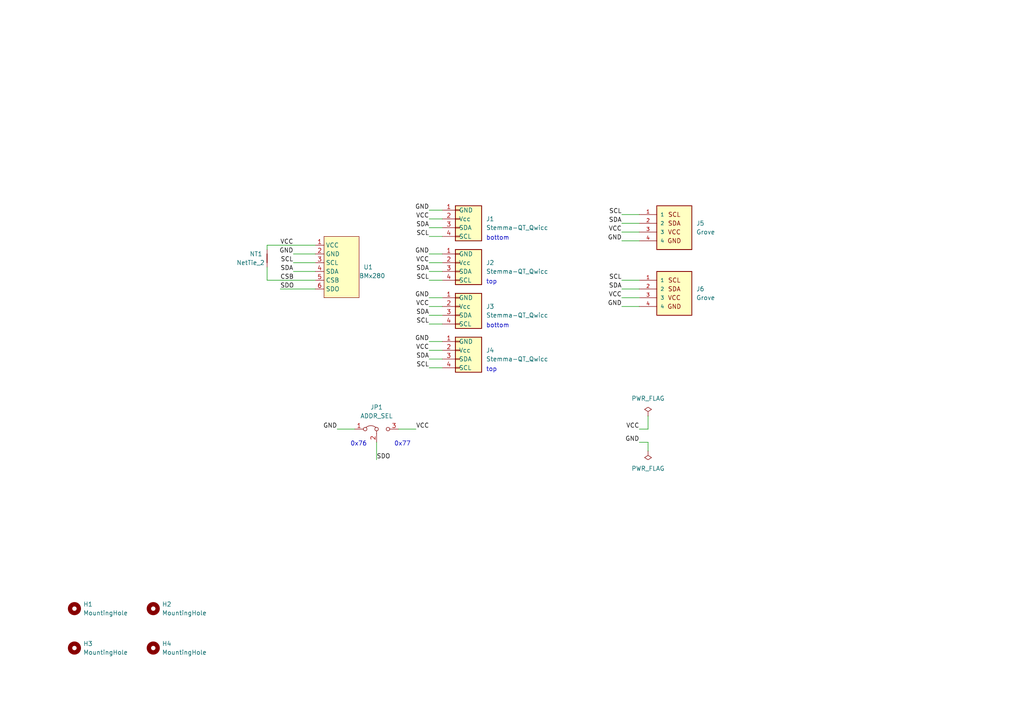
<source format=kicad_sch>
(kicad_sch (version 20230121) (generator eeschema)
  (paper "A4")
  (title_block (title "BMx280 I2C Adapter") (date "2024-08-23") (rev "1.01") (company "Bernhard Bablok") (comment 1 "https://github.com/bablokb/pcb-bmx280-i2c-adapter"))
  (lib_symbols
    (symbol "Device:NetTie_2" (pin_numbers hide) (pin_names (offset 0) hide) (in_bom no)
      (property "Reference" "NT" (at 0 1.27 0))
      (property "Value" "NetTie_2" (at 0 -1.27 0))
      (symbol "NetTie_2_0_1"
        (polyline (pts (xy -1.27 0) (xy 1.27 0)) (stroke (width 0.254)))
      )
      (symbol "NetTie_2_1_1"
        (pin passive line (at -2.54 0 0) (length 2.54) (name "1") (number "1"))
        (pin passive line (at 2.54 0 180) (length 2.54) (name "2") (number "2"))
      )
    )
    (symbol "Jumper:Jumper_3_Bridged12" (pin_names (offset 0) hide)
      (property "Reference" "JP" (at -2.54 -2.54 0))
      (property "Value" "Jumper_3_Bridged12" (at 0 2.794 0))
      (symbol "Jumper_3_Bridged12_0_0"
        (circle (center -3.302 0) (radius 0.508))
        (circle (center 0 0) (radius 0.508))
        (circle (center 3.302 0) (radius 0.508))
      )
      (symbol "Jumper_3_Bridged12_0_1"
        (arc (start -0.254 0.508) (mid -1.651 0.9912) (end -3.048 0.508))
        (polyline (pts (xy 0 -1.27) (xy 0 -0.508)))
      )
      (symbol "Jumper_3_Bridged12_1_1"
        (pin passive line (at -6.35 0 0) (length 2.54) (name "A") (number "1"))
        (pin passive line (at 0 -3.81 90) (length 2.54) (name "C") (number "2"))
        (pin passive line (at 6.35 0 180) (length 2.54) (name "B") (number "3"))
      )
    )
    (symbol "Mechanical:MountingHole" (pin_names (offset 1.016))
      (property "Reference" "H" (at 0 5.08 0))
      (property "Value" "MountingHole" (at 0 3.175 0))
      (symbol "MountingHole_0_1"
        (circle (center 0 0) (radius 1.27) (stroke (width 1.27)))
      )
    )
    (symbol "power:PWR_FLAG" (power) (pin_numbers hide) (pin_names (offset 0) hide)
      (property "Value" "PWR_FLAG" (at 0 3.81 0))
      (symbol "PWR_FLAG_0_0"
        (pin power_out line (at 0 0 90) (length 0) (name "pwr") (number "1"))
      )
      (symbol "PWR_FLAG_0_1"
        (polyline (pts (xy 0 0) (xy 0 1.27) (xy -1.016 1.905) (xy 0 2.54) (xy 1.016 1.905) (xy 0 1.27)))
      )
    )
    (symbol "user:BMx280_Breakout" (in_bom no)
      (property "Reference" "U" (at 0 7.62 0))
      (property "Value" "BMx280" (at 3.81 -2.54 90))
      (symbol "BMx280_Breakout_1_1"
        (rectangle (start -5.08 6.35) (end 5.08 -11.43) (fill (type background)))
        (pin power_in line (at -7.62 3.81 0) (length 2.54) (name "VCC") (number "1"))
        (pin power_in line (at -7.62 1.27 0) (length 2.54) (name "GND") (number "2"))
        (pin bidirectional line (at -7.62 -1.27 0) (length 2.54) (name "SCL") (number "3"))
        (pin bidirectional line (at -7.62 -3.81 0) (length 2.54) (name "SDA") (number "4"))
        (pin passive line (at -7.62 -6.35 0) (length 2.54) (name "CSB") (number "5"))
        (pin bidirectional line (at -7.62 -8.89 0) (length 2.54) (name "SDO") (number "6"))
      )
    )
    (symbol "user:Grove" (pin_names (offset 1.016)) (in_bom no)
      (property "Reference" "J" (at -5.08 5.842 0))
      (property "Value" "Grove" (at 3.81 -3.81 90))
      (symbol "Grove_0_0"
        (rectangle (start -5.08 -7.62) (end 5.08 5.08) (stroke (width 0.254)) (fill (type background)))
        (text "GND" (at 0 -5.08 0) (effects (font (size 1.27 1.27))))
        (text "SCL" (at 0 2.54 0) (effects (font (size 1.27 1.27))))
        (text "SDA" (at 0 0 0) (effects (font (size 1.27 1.27))))
        (text "VCC" (at 0 -2.54 0) (effects (font (size 1.27 1.27))))
        (pin passive line (at -10.16 2.54 0) (length 5.08) (name "1") (number "1"))
        (pin passive line (at -10.16 0 0) (length 5.08) (name "2") (number "2"))
        (pin passive line (at -10.16 -2.54 0) (length 5.08) (name "3") (number "3"))
        (pin passive line (at -10.16 -5.08 0) (length 5.08) (name "4") (number "4"))
      )
    )
    (symbol "user:Stemma-QT_Qwicc" (pin_names (offset 1.016))
      (property "Reference" "J" (at 2.54 8.89 0))
      (property "Value" "Stemma-QT_Qwicc" (at 2.54 6.35 0))
      (symbol "Stemma-QT_Qwicc_1_1"
        (rectangle (start -1.27 -4.953) (end 0 -5.207) (stroke (width 0.1524)))
        (rectangle (start -1.27 -2.413) (end 0 -2.667) (stroke (width 0.1524)))
        (rectangle (start -1.27 0.127) (end 0 -0.127) (stroke (width 0.1524)))
        (rectangle (start -1.27 2.667) (end 0 2.413) (stroke (width 0.1524)))
        (rectangle (start -1.27 3.81) (end 6.35 -6.35) (stroke (width 0.254)) (fill (type background)))
        (pin power_in line (at -5.08 2.54 0) (length 3.81) (name "GND") (number "1"))
        (pin power_in line (at -5.08 0 0) (length 3.81) (name "Vcc") (number "2"))
        (pin bidirectional line (at -5.08 -2.54 0) (length 3.81) (name "SDA") (number "3"))
        (pin bidirectional line (at -5.08 -5.08 0) (length 3.81) (name "SCL") (number "4"))
      )
    )
  )
  (wire (pts (xy 124.46 88.9) (xy 128.27 88.9)))
  (wire (pts (xy 81.28 83.82) (xy 91.44 83.82)))
  (wire (pts (xy 180.34 62.23) (xy 185.42 62.23)))
  (wire (pts (xy 124.46 60.96) (xy 128.27 60.96)))
  (wire (pts (xy 124.46 86.36) (xy 128.27 86.36)))
  (wire (pts (xy 124.46 106.68) (xy 128.27 106.68)))
  (wire (pts (xy 109.22 133.35) (xy 109.22 128.27)))
  (wire (pts (xy 77.47 72.39) (xy 77.47 71.12)))
  (wire (pts (xy 180.34 86.36) (xy 185.42 86.36)))
  (wire (pts (xy 124.46 81.28) (xy 128.27 81.28)))
  (wire (pts (xy 180.34 81.28) (xy 185.42 81.28)))
  (wire (pts (xy 180.34 64.77) (xy 185.42 64.77)))
  (wire (pts (xy 124.46 66.04) (xy 128.27 66.04)))
  (wire (pts (xy 124.46 91.44) (xy 128.27 91.44)))
  (wire (pts (xy 120.65 124.46) (xy 115.57 124.46)))
  (wire (pts (xy 77.47 71.12) (xy 91.44 71.12)))
  (wire (pts (xy 185.42 128.27) (xy 187.96 128.27)))
  (wire (pts (xy 124.46 73.66) (xy 128.27 73.66)))
  (wire (pts (xy 85.09 76.2) (xy 91.44 76.2)))
  (wire (pts (xy 180.34 83.82) (xy 185.42 83.82)))
  (wire (pts (xy 124.46 104.14) (xy 128.27 104.14)))
  (wire (pts (xy 124.46 68.58) (xy 128.27 68.58)))
  (wire (pts (xy 180.34 88.9) (xy 185.42 88.9)))
  (wire (pts (xy 124.46 78.74) (xy 128.27 78.74)))
  (wire (pts (xy 97.79 124.46) (xy 102.87 124.46)))
  (wire (pts (xy 77.47 81.28) (xy 91.44 81.28)))
  (wire (pts (xy 124.46 76.2) (xy 128.27 76.2)))
  (wire (pts (xy 124.46 101.6) (xy 128.27 101.6)))
  (wire (pts (xy 180.34 69.85) (xy 185.42 69.85)))
  (wire (pts (xy 124.46 63.5) (xy 128.27 63.5)))
  (wire (pts (xy 180.34 67.31) (xy 185.42 67.31)))
  (wire (pts (xy 77.47 81.28) (xy 77.47 77.47)))
  (wire (pts (xy 124.46 93.98) (xy 128.27 93.98)))
  (wire (pts (xy 187.96 130.81) (xy 187.96 128.27)))
  (wire (pts (xy 85.09 78.74) (xy 91.44 78.74)))
  (wire (pts (xy 187.96 120.65) (xy 187.96 124.46)))
  (wire (pts (xy 85.09 73.66) (xy 91.44 73.66)))
  (wire (pts (xy 124.46 99.06) (xy 128.27 99.06)))
  (wire (pts (xy 185.42 124.46) (xy 187.96 124.46)))
  (text "0x77" (at 114.3 129.54 0) (effects (font (size 1.27 1.27)) (justify left bottom)))
  (text "top" (at 140.97 82.55 0) (effects (font (size 1.27 1.27)) (justify left bottom)))
  (text "bottom" (at 140.97 69.85 0) (effects (font (size 1.27 1.27)) (justify left bottom)))
  (text "bottom" (at 140.97 95.25 0) (effects (font (size 1.27 1.27)) (justify left bottom)))
  (text "top" (at 140.97 107.95 0) (effects (font (size 1.27 1.27)) (justify left bottom)))
  (text "0x76" (at 101.6 129.54 0) (effects (font (size 1.27 1.27)) (justify left bottom)))
  (label "SCL" (at 180.34 62.23 180))
  (label "GND" (at 124.46 73.66 180))
  (label "SDO" (at 109.22 133.35 0))
  (label "VCC" (at 180.34 67.31 180))
  (label "GND" (at 124.46 99.06 180))
  (label "VCC" (at 85.09 71.12 180))
  (label "SDA" (at 124.46 66.04 180))
  (label "GND" (at 180.34 69.85 180))
  (label "VCC" (at 124.46 88.9 180))
  (label "SCL" (at 124.46 106.68 180))
  (label "SCL" (at 124.46 93.98 180))
  (label "VCC" (at 124.46 63.5 180))
  (label "SDA" (at 124.46 78.74 180))
  (label "GND" (at 97.79 124.46 180))
  (label "SDA" (at 124.46 91.44 180))
  (label "GND" (at 185.42 128.27 180))
  (label "SDA" (at 180.34 64.77 180))
  (label "VCC" (at 124.46 76.2 180))
  (label "SCL" (at 85.09 76.2 180))
  (label "GND" (at 85.09 73.66 180))
  (label "SCL" (at 124.46 68.58 180))
  (label "CSB" (at 81.28 81.28 0))
  (label "SDA" (at 85.09 78.74 180))
  (label "VCC" (at 120.65 124.46 0))
  (label "GND" (at 180.34 88.9 180))
  (label "SDA" (at 124.46 104.14 180))
  (label "VCC" (at 180.34 86.36 180))
  (label "SDO" (at 81.28 83.82 0))
  (label "GND" (at 124.46 60.96 180))
  (label "GND" (at 124.46 86.36 180))
  (label "SDA" (at 180.34 83.82 180))
  (label "VCC" (at 185.42 124.46 180))
  (label "VCC" (at 124.46 101.6 180))
  (label "SCL" (at 124.46 81.28 180))
  (label "SCL" (at 180.34 81.28 180))
  (symbol (lib_id "user:Grove") (at 195.58 83.82 0) (unit 1) (in_bom no)
    (property "Reference" "J6" (at 201.93 83.82 0) (effects (justify left)))
    (property "Value" "Grove" (at 201.93 86.36 0) (effects (justify left)))
    (property "Footprint" "user:grove_horizontal" (effects hide))
    (property "MANUFACTURER" "Seeed Technology" (effects hide))
  )
  (symbol (lib_id "user:Stemma-QT_Qwicc") (at 133.35 101.6 0) (unit 1)
    (property "Reference" "J4" (at 140.97 101.6 0) (effects (justify left)))
    (property "Value" "Stemma-QT_Qwicc" (at 140.97 104.14 0) (effects (justify left)))
    (property "Footprint" "Connector_JST:JST_SH_SM04B-SRSS-TB_1x04-1MP_P1.00mm_Horizontal" (effects hide))
    (property "LCSC" "C160404" (effects hide))
  )
  (symbol (lib_id "user:Stemma-QT_Qwicc") (at 133.35 88.9 0) (unit 1) (in_bom no)
    (property "Reference" "J3" (at 140.97 88.9 0) (effects (justify left)))
    (property "Value" "Stemma-QT_Qwicc" (at 140.97 91.44 0) (effects (justify left)))
    (property "Footprint" "Connector_JST:JST_SH_SM04B-SRSS-TB_1x04-1MP_P1.00mm_Horizontal" (effects hide))
    (property "LCSC" "C160404" (effects hide))
  )
  (symbol (lib_id "power:PWR_FLAG") (at 187.96 130.81 180) (unit 1)
    (property "Reference" "#FLG02" (effects hide))
    (property "Value" "PWR_FLAG" (at 187.96 135.89 0))
  )
  (symbol (lib_id "Mechanical:MountingHole") (at 21.59 187.96 0) (unit 1) (in_bom no)
    (property "Reference" "H3" (at 24.13 186.69 0) (effects (justify left)))
    (property "Value" "MountingHole" (at 24.13 189.23 0) (effects (justify left)))
    (property "Footprint" "MountingHole:MountingHole_3mm" (effects hide))
  )
  (symbol (lib_id "user:BMx280_Breakout") (at 99.06 74.93 0) (unit 1) (in_bom no)
    (property "Reference" "U1" (at 105.41 77.47 0) (effects (justify left)))
    (property "Value" "BMx280" (at 107.95 80.01 0))
    (property "Footprint" "user:BMx280_Breakout" (effects hide))
  )
  (symbol (lib_id "Jumper:Jumper_3_Bridged12") (at 109.22 124.46 0) (unit 1) (in_bom no)
    (property "Reference" "JP1" (at 109.22 118.11 0))
    (property "Value" "ADDR_SEL" (at 109.22 120.65 0))
    (property "Footprint" "Jumper:SolderJumper-3_P1.3mm_Bridged12_Pad1.0x1.5mm" (effects hide))
  )
  (symbol (lib_id "user:Grove") (at 195.58 64.77 0) (unit 1) (in_bom no)
    (property "Reference" "J5" (at 201.93 64.77 0) (effects (justify left)))
    (property "Value" "Grove" (at 201.93 67.31 0) (effects (justify left)))
    (property "Footprint" "user:grove_horizontal" (effects hide))
    (property "MANUFACTURER" "Seeed Technology" (effects hide))
  )
  (symbol (lib_id "Mechanical:MountingHole") (at 44.45 187.96 0) (unit 1) (in_bom no)
    (property "Reference" "H4" (at 46.99 186.69 0) (effects (justify left)))
    (property "Value" "MountingHole" (at 46.99 189.23 0) (effects (justify left)))
    (property "Footprint" "MountingHole:MountingHole_3mm" (effects hide))
  )
  (symbol (lib_id "Mechanical:MountingHole") (at 21.59 176.53 0) (unit 1) (in_bom no)
    (property "Reference" "H1" (at 24.13 175.26 0) (effects (justify left)))
    (property "Value" "MountingHole" (at 24.13 177.8 0) (effects (justify left)))
    (property "Footprint" "MountingHole:MountingHole_3mm" (effects hide))
  )
  (symbol (lib_id "user:Stemma-QT_Qwicc") (at 133.35 63.5 0) (unit 1) (in_bom no)
    (property "Reference" "J1" (at 140.97 63.5 0) (effects (justify left)))
    (property "Value" "Stemma-QT_Qwicc" (at 140.97 66.04 0) (effects (justify left)))
    (property "Footprint" "Connector_JST:JST_SH_SM04B-SRSS-TB_1x04-1MP_P1.00mm_Horizontal" (effects hide))
    (property "LCSC" "C160404" (effects hide))
  )
  (symbol (lib_id "user:Stemma-QT_Qwicc") (at 133.35 76.2 0) (unit 1)
    (property "Reference" "J2" (at 140.97 76.2 0) (effects (justify left)))
    (property "Value" "Stemma-QT_Qwicc" (at 140.97 78.74 0) (effects (justify left)))
    (property "Footprint" "Connector_JST:JST_SH_SM04B-SRSS-TB_1x04-1MP_P1.00mm_Horizontal" (effects hide))
    (property "LCSC" "C160404" (effects hide))
  )
  (symbol (lib_id "power:PWR_FLAG") (at 187.96 120.65 0) (unit 1)
    (property "Reference" "#FLG01" (effects hide))
    (property "Value" "PWR_FLAG" (at 187.96 115.57 0))
  )
  (symbol (lib_id "Mechanical:MountingHole") (at 44.45 176.53 0) (unit 1) (in_bom no)
    (property "Reference" "H2" (at 46.99 175.26 0) (effects (justify left)))
    (property "Value" "MountingHole" (at 46.99 177.8 0) (effects (justify left)))
    (property "Footprint" "MountingHole:MountingHole_3mm" (effects hide))
  )
  (symbol (lib_id "Device:NetTie_2") (at 77.47 74.93 90) (unit 1) (in_bom no)
    (property "Reference" "NT1" (at 72.39 73.66 90) (effects (justify right)))
    (property "Value" "NetTie_2" (at 68.58 76.2 90) (effects (justify right)))
    (property "Footprint" "NetTie:NetTie-2_SMD_Pad0.5mm" (effects hide))
  )
)
</source>
